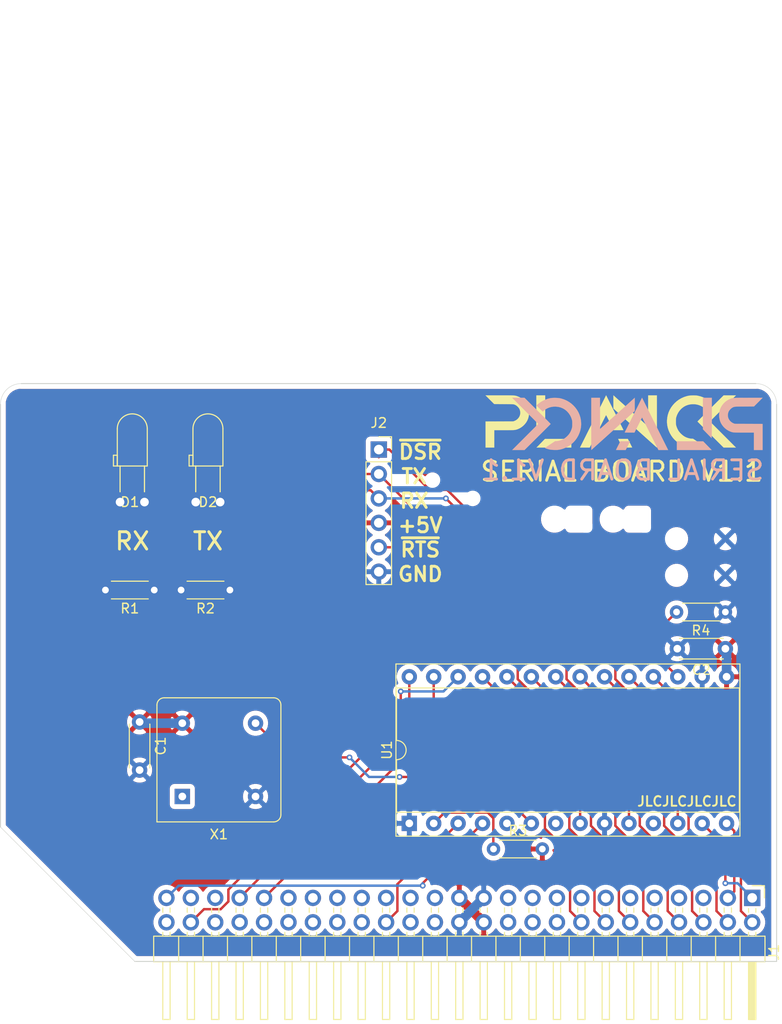
<source format=kicad_pcb>
(kicad_pcb (version 20171130) (host pcbnew "(5.1.10-1-10_14)")
  (layers (0 F.Cu signal) (31 B.Cu signal) (34 B.Paste user) (35 F.Paste user) (36 B.SilkS user) (37 F.SilkS user) (38 B.Mask user) (39 F.Mask user) (44 Edge.Cuts user))
  (net 0 "")
  (net 1 RDY)
  (net 2 A15)
  (net 3 A14)
  (net 4 A13)
  (net 5 A12)
  (net 6 A11)
  (net 7 GND)
  (net 8 +5V)
  (net 9 A10)
  (net 10 A9)
  (net 11 A8)
  (net 12 D7)
  (net 13 A7)
  (net 14 D6)
  (net 15 A6)
  (net 16 D5)
  (net 17 A5)
  (net 18 D4)
  (net 19 A4)
  (net 20 D3)
  (net 21 A3)
  (net 22 D2)
  (net 23 A2)
  (net 24 D1)
  (net 25 A1)
  (net 26 D0)
  (net 27 A0)
  (net 28 CLK)
  (net 29 BE)
  (net 30 SYNC)
  (net 31 EX3)
  (net 32 EX2)
  (net 33 EX1)
  (net 34 EX0)
  (net 35 ~NMI~)
  (net 36 ~RESET~)
  (net 37 ~SLOT_IRQ~)
  (net 38 ~IRQ~)
  (net 39 R~W~)
  (net 40 LED4)
  (net 41 LED3)
  (net 42 LED2)
  (net 43 LED1)
  (net 44 ~SLOT_SEL~)
  (net 45 ~INH~)
  (net 46 ~SSEL~)
  (net 47 "Net-(U1-Pad7)")
  (net 48 "Net-(U1-Pad6)")
  (net 49 "Net-(U1-Pad5)")
  (net 50 "Net-(X1-Pad1)")
  (net 51 "Net-(D1-Pad1)")
  (net 52 "Net-(D2-Pad1)")
  (net 53 CLK_12M)
  (net 54 ~SLOW~)
  (net 55 "Net-(R3-Pad1)")
  (net 56 /TX)
  (net 57 /RX)
  (net 58 /~RTS~)
  (net 59 /~DSR~)
  (net 60 /~DTR~)
  (module LED_THT:LED_D3.0mm_Horizontal_O3.81mm_Z2.0mm (layer F.Cu) (at 14.986 -47.752 180)
    (fp_text reference D1 (at 1.524 0) (layer F.SilkS))
    (fp_text value LED)
    (pad 2 thru_hole circle (at 2.54 0 180) (size 1.8 1.8) (drill 0.9) (layers *.Cu *.Mask) (net 56 /TX))
    (pad 1 thru_hole rect (at 0 0 180) (size 1.8 1.8) (drill 0.9) (layers *.Cu *.Mask) (net 51 "Net-(D1-Pad1)"))
  )
  (module LED_THT:LED_D3.0mm_Horizontal_O3.81mm_Z2.0mm (layer F.Cu) (at 22.86 -47.752 180)
    (fp_text reference D2 (at 1.27 0) (layer F.SilkS))
    (fp_text value LED)
    (pad 2 thru_hole circle (at 2.54 0 180) (size 1.8 1.8) (drill 0.9) (layers *.Cu *.Mask) (net 57 /RX))
    (pad 1 thru_hole rect (at 0 0 180) (size 1.8 1.8) (drill 0.9) (layers *.Cu *.Mask) (net 52 "Net-(D2-Pad1)"))
  )
  (module Logo:logo (layer B.Cu) (at 66.294 -55.88 180)
    (fp_text reference G*** hide)
    (fp_text value LOGO hide)
  )
  (module Logo:logo (layer F.Cu) (at 63.5 -56.134)
    (fp_text reference G*** hide)
    (fp_text value LOGO hide)
  )
  (module Resistor_THT:R_Axial_DIN0204_L3.6mm_D1.6mm_P5.08mm_Horizontal (layer F.Cu) (at 75.438 -36.322 180)
    (fp_text reference R4 (at 2.54 -1.92) (layer F.SilkS))
    (fp_text value 10k)
    (pad 2 thru_hole oval (at 5.08 0 180) (size 1.4 1.4) (drill 0.7) (layers *.Cu *.Mask) (net 59 /~DSR~))
    (pad 1 thru_hole circle (at 0 0 180) (size 1.4 1.4) (drill 0.7) (layers *.Cu *.Mask) (net 7 GND))
  )
  (module Resistor_THT:R_Axial_DIN0204_L3.6mm_D1.6mm_P5.08mm_Horizontal (layer F.Cu) (at 51.308 -11.684)
    (fp_text reference R3 (at 2.54 -1.92) (layer F.SilkS))
    (fp_text value 10k)
    (pad 2 thru_hole oval (at 5.08 0) (size 1.4 1.4) (drill 0.7) (layers *.Cu *.Mask) (net 8 +5V))
    (pad 1 thru_hole circle (at 0 0) (size 1.4 1.4) (drill 0.7) (layers *.Cu *.Mask) (net 55 "Net-(R3-Pad1)"))
  )
  (module Resistor_THT:R_Axial_DIN0204_L3.6mm_D1.6mm_P5.08mm_Horizontal (layer F.Cu) (at 23.876 -38.608 180)
    (fp_text reference R2 (at 2.54 -1.92) (layer F.SilkS))
    (fp_text value 330R)
    (pad 2 thru_hole oval (at 5.08 0 180) (size 1.4 1.4) (drill 0.7) (layers *.Cu *.Mask) (net 52 "Net-(D2-Pad1)"))
    (pad 1 thru_hole circle (at 0 0 180) (size 1.4 1.4) (drill 0.7) (layers *.Cu *.Mask) (net 7 GND))
  )
  (module Resistor_THT:R_Axial_DIN0204_L3.6mm_D1.6mm_P5.08mm_Horizontal (layer F.Cu) (at 16.002 -38.608 180)
    (fp_text reference R1 (at 2.54 -1.92) (layer F.SilkS))
    (fp_text value 330R)
    (pad 2 thru_hole oval (at 5.08 0 180) (size 1.4 1.4) (drill 0.7) (layers *.Cu *.Mask) (net 51 "Net-(D1-Pad1)"))
    (pad 1 thru_hole circle (at 0 0 180) (size 1.4 1.4) (drill 0.7) (layers *.Cu *.Mask) (net 7 GND))
  )
  (module Capacitor_THT:C_Disc_D4.3mm_W1.9mm_P5.00mm (layer F.Cu) (at 75.438 -32.512 180)
    (fp_text reference C2 (at 2.5 -2.2) (layer F.SilkS))
    (fp_text value C_Small)
    (pad 2 thru_hole circle (at 5 0 180) (size 1.6 1.6) (drill 0.8) (layers *.Cu *.Mask) (net 7 GND))
    (pad 1 thru_hole circle (at 0 0 180) (size 1.6 1.6) (drill 0.8) (layers *.Cu *.Mask) (net 8 +5V))
  )
  (module Capacitor_THT:C_Disc_D4.3mm_W1.9mm_P5.00mm (layer F.Cu) (at 14.478 -24.892 270)
    (fp_text reference C1 (at 2.5 -2.2 90) (layer F.SilkS))
    (fp_text value C_Small)
    (pad 2 thru_hole circle (at 5 0 270) (size 1.6 1.6) (drill 0.8) (layers *.Cu *.Mask) (net 7 GND))
    (pad 1 thru_hole circle (at 0 0 270) (size 1.6 1.6) (drill 0.8) (layers *.Cu *.Mask) (net 8 +5V))
  )
  (module Oscillator:Oscillator_DIP-8 (layer F.Cu) (at 18.923 -17.145)
    (fp_text reference X1 (at 3.81 3.937) (layer F.SilkS))
    (fp_text value CXO_DIP8)
    (pad 4 thru_hole circle (at 7.62 0) (size 1.6 1.6) (drill 0.8) (layers *.Cu *.Mask) (net 7 GND))
    (pad 5 thru_hole circle (at 7.62 -7.62) (size 1.6 1.6) (drill 0.8) (layers *.Cu *.Mask) (net 48 "Net-(U1-Pad6)"))
    (pad 8 thru_hole circle (at 0 -7.62) (size 1.6 1.6) (drill 0.8) (layers *.Cu *.Mask) (net 8 +5V))
    (pad 1 thru_hole rect (at 0 0) (size 1.6 1.6) (drill 0.8) (layers *.Cu *.Mask) (net 50 "Net-(X1-Pad1)"))
  )
  (module Package_DIP:DIP-28_W15.24mm_Socket (layer F.Cu) (at 42.545 -14.351 90)
    (fp_text reference U1 (at 7.62 -2.33 90) (layer F.SilkS))
    (fp_text value W65C51NxP)
    (pad 28 thru_hole oval (at 15.24 0 90) (size 1.6 1.6) (drill 0.8) (layers *.Cu *.Mask) (net 39 R~W~))
    (pad 14 thru_hole oval (at 0 33.02 90) (size 1.6 1.6) (drill 0.8) (layers *.Cu *.Mask) (net 25 A1))
    (pad 27 thru_hole oval (at 15.24 2.54 90) (size 1.6 1.6) (drill 0.8) (layers *.Cu *.Mask) (net 28 CLK))
    (pad 13 thru_hole oval (at 0 30.48 90) (size 1.6 1.6) (drill 0.8) (layers *.Cu *.Mask) (net 27 A0))
    (pad 26 thru_hole oval (at 15.24 5.08 90) (size 1.6 1.6) (drill 0.8) (layers *.Cu *.Mask) (net 37 ~SLOT_IRQ~))
    (pad 12 thru_hole oval (at 0 27.94 90) (size 1.6 1.6) (drill 0.8) (layers *.Cu *.Mask) (net 57 /RX))
    (pad 25 thru_hole oval (at 15.24 7.62 90) (size 1.6 1.6) (drill 0.8) (layers *.Cu *.Mask) (net 12 D7))
    (pad 11 thru_hole oval (at 0 25.4 90) (size 1.6 1.6) (drill 0.8) (layers *.Cu *.Mask) (net 60 /~DTR~))
    (pad 24 thru_hole oval (at 15.24 10.16 90) (size 1.6 1.6) (drill 0.8) (layers *.Cu *.Mask) (net 14 D6))
    (pad 10 thru_hole oval (at 0 22.86 90) (size 1.6 1.6) (drill 0.8) (layers *.Cu *.Mask) (net 56 /TX))
    (pad 23 thru_hole oval (at 15.24 12.7 90) (size 1.6 1.6) (drill 0.8) (layers *.Cu *.Mask) (net 16 D5))
    (pad 9 thru_hole oval (at 0 20.32 90) (size 1.6 1.6) (drill 0.8) (layers *.Cu *.Mask) (net 7 GND))
    (pad 22 thru_hole oval (at 15.24 15.24 90) (size 1.6 1.6) (drill 0.8) (layers *.Cu *.Mask) (net 18 D4))
    (pad 8 thru_hole oval (at 0 17.78 90) (size 1.6 1.6) (drill 0.8) (layers *.Cu *.Mask) (net 58 /~RTS~))
    (pad 21 thru_hole oval (at 15.24 17.78 90) (size 1.6 1.6) (drill 0.8) (layers *.Cu *.Mask) (net 20 D3))
    (pad 7 thru_hole oval (at 0 15.24 90) (size 1.6 1.6) (drill 0.8) (layers *.Cu *.Mask) (net 47 "Net-(U1-Pad7)"))
    (pad 20 thru_hole oval (at 15.24 20.32 90) (size 1.6 1.6) (drill 0.8) (layers *.Cu *.Mask) (net 22 D2))
    (pad 6 thru_hole oval (at 0 12.7 90) (size 1.6 1.6) (drill 0.8) (layers *.Cu *.Mask) (net 48 "Net-(U1-Pad6)"))
    (pad 19 thru_hole oval (at 15.24 22.86 90) (size 1.6 1.6) (drill 0.8) (layers *.Cu *.Mask) (net 24 D1))
    (pad 5 thru_hole oval (at 0 10.16 90) (size 1.6 1.6) (drill 0.8) (layers *.Cu *.Mask) (net 49 "Net-(U1-Pad5)"))
    (pad 18 thru_hole oval (at 15.24 25.4 90) (size 1.6 1.6) (drill 0.8) (layers *.Cu *.Mask) (net 26 D0))
    (pad 4 thru_hole oval (at 0 7.62 90) (size 1.6 1.6) (drill 0.8) (layers *.Cu *.Mask) (net 36 ~RESET~))
    (pad 17 thru_hole oval (at 15.24 27.94 90) (size 1.6 1.6) (drill 0.8) (layers *.Cu *.Mask) (net 59 /~DSR~))
    (pad 3 thru_hole oval (at 0 5.08 90) (size 1.6 1.6) (drill 0.8) (layers *.Cu *.Mask) (net 44 ~SLOT_SEL~))
    (pad 16 thru_hole oval (at 15.24 30.48 90) (size 1.6 1.6) (drill 0.8) (layers *.Cu *.Mask) (net 7 GND))
    (pad 2 thru_hole oval (at 0 2.54 90) (size 1.6 1.6) (drill 0.8) (layers *.Cu *.Mask) (net 55 "Net-(R3-Pad1)"))
    (pad 15 thru_hole oval (at 15.24 33.02 90) (size 1.6 1.6) (drill 0.8) (layers *.Cu *.Mask) (net 8 +5V))
    (pad 1 thru_hole rect (at 0 0 90) (size 1.6 1.6) (drill 0.8) (layers *.Cu *.Mask) (net 7 GND))
  )
  (module Connector_PinSocket_2.54mm:PinSocket_1x06_P2.54mm_Vertical (layer F.Cu) (at 39.37 -53.213)
    (fp_text reference J2 (at 0 -2.77) (layer F.SilkS))
    (fp_text value Conn_01x06)
    (pad 6 thru_hole oval (at 0 12.7) (size 1.7 1.7) (drill 1) (layers *.Cu *.Mask) (net 7 GND))
    (pad 5 thru_hole oval (at 0 10.16) (size 1.7 1.7) (drill 1) (layers *.Cu *.Mask) (net 58 /~RTS~))
    (pad 4 thru_hole oval (at 0 7.62) (size 1.7 1.7) (drill 1) (layers *.Cu *.Mask) (net 8 +5V))
    (pad 3 thru_hole oval (at 0 5.08) (size 1.7 1.7) (drill 1) (layers *.Cu *.Mask) (net 57 /RX))
    (pad 2 thru_hole oval (at 0 2.54) (size 1.7 1.7) (drill 1) (layers *.Cu *.Mask) (net 56 /TX))
    (pad 1 thru_hole rect (at 0 0) (size 1.7 1.7) (drill 1) (layers *.Cu *.Mask) (net 59 /~DSR~))
  )
  (module Connector_PinHeader_2.54mm:PinHeader_2x25_P2.54mm_Horizontal (layer F.Cu) (at 78.232 -6.604 270)
    (fp_text reference J1 (at 5.655 -2.27 90) (layer F.SilkS))
    (fp_text value Conn_01x40)
    (pad 50 thru_hole oval (at 2.54 60.96 270) (size 1.7 1.7) (drill 1) (layers *.Cu *.Mask) (net 35 ~NMI~))
    (pad 49 thru_hole oval (at 0 60.96 270) (size 1.7 1.7) (drill 1) (layers *.Cu *.Mask) (net 36 ~RESET~))
    (pad 48 thru_hole oval (at 2.54 58.42 270) (size 1.7 1.7) (drill 1) (layers *.Cu *.Mask) (net 37 ~SLOT_IRQ~))
    (pad 47 thru_hole oval (at 0 58.42 270) (size 1.7 1.7) (drill 1) (layers *.Cu *.Mask) (net 30 SYNC))
    (pad 46 thru_hole oval (at 2.54 55.88 270) (size 1.7 1.7) (drill 1) (layers *.Cu *.Mask) (net 31 EX3))
    (pad 45 thru_hole oval (at 0 55.88 270) (size 1.7 1.7) (drill 1) (layers *.Cu *.Mask) (net 38 ~IRQ~))
    (pad 44 thru_hole oval (at 2.54 53.34 270) (size 1.7 1.7) (drill 1) (layers *.Cu *.Mask) (net 32 EX2))
    (pad 43 thru_hole oval (at 0 53.34 270) (size 1.7 1.7) (drill 1) (layers *.Cu *.Mask) (net 39 R~W~))
    (pad 42 thru_hole oval (at 2.54 50.8 270) (size 1.7 1.7) (drill 1) (layers *.Cu *.Mask) (net 53 CLK_12M))
    (pad 41 thru_hole oval (at 0 50.8 270) (size 1.7 1.7) (drill 1) (layers *.Cu *.Mask) (net 28 CLK))
    (pad 40 thru_hole oval (at 2.54 48.26 270) (size 1.7 1.7) (drill 1) (layers *.Cu *.Mask) (net 40 LED4))
    (pad 39 thru_hole oval (at 0 48.26 270) (size 1.7 1.7) (drill 1) (layers *.Cu *.Mask) (net 29 BE))
    (pad 38 thru_hole oval (at 2.54 45.72 270) (size 1.7 1.7) (drill 1) (layers *.Cu *.Mask) (net 41 LED3))
    (pad 37 thru_hole oval (at 0 45.72 270) (size 1.7 1.7) (drill 1) (layers *.Cu *.Mask) (net 1 RDY))
    (pad 36 thru_hole oval (at 2.54 43.18 270) (size 1.7 1.7) (drill 1) (layers *.Cu *.Mask) (net 42 LED2))
    (pad 35 thru_hole oval (at 0 43.18 270) (size 1.7 1.7) (drill 1) (layers *.Cu *.Mask) (net 2 A15))
    (pad 34 thru_hole oval (at 2.54 40.64 270) (size 1.7 1.7) (drill 1) (layers *.Cu *.Mask) (net 43 LED1))
    (pad 33 thru_hole oval (at 0 40.64 270) (size 1.7 1.7) (drill 1) (layers *.Cu *.Mask) (net 3 A14))
    (pad 32 thru_hole oval (at 2.54 38.1 270) (size 1.7 1.7) (drill 1) (layers *.Cu *.Mask) (net 44 ~SLOT_SEL~))
    (pad 31 thru_hole oval (at 0 38.1 270) (size 1.7 1.7) (drill 1) (layers *.Cu *.Mask) (net 4 A13))
    (pad 30 thru_hole oval (at 2.54 35.56 270) (size 1.7 1.7) (drill 1) (layers *.Cu *.Mask) (net 45 ~INH~))
    (pad 29 thru_hole oval (at 0 35.56 270) (size 1.7 1.7) (drill 1) (layers *.Cu *.Mask) (net 5 A12))
    (pad 28 thru_hole oval (at 2.54 33.02 270) (size 1.7 1.7) (drill 1) (layers *.Cu *.Mask) (net 46 ~SSEL~))
    (pad 27 thru_hole oval (at 0 33.02 270) (size 1.7 1.7) (drill 1) (layers *.Cu *.Mask) (net 6 A11))
    (pad 26 thru_hole oval (at 2.54 30.48 270) (size 1.7 1.7) (drill 1) (layers *.Cu *.Mask) (net 7 GND))
    (pad 25 thru_hole oval (at 0 30.48 270) (size 1.7 1.7) (drill 1) (layers *.Cu *.Mask) (net 8 +5V))
    (pad 24 thru_hole oval (at 2.54 27.94 270) (size 1.7 1.7) (drill 1) (layers *.Cu *.Mask) (net 8 +5V))
    (pad 23 thru_hole oval (at 0 27.94 270) (size 1.7 1.7) (drill 1) (layers *.Cu *.Mask) (net 7 GND))
    (pad 22 thru_hole oval (at 2.54 25.4 270) (size 1.7 1.7) (drill 1) (layers *.Cu *.Mask) (net 54 ~SLOW~))
    (pad 21 thru_hole oval (at 0 25.4 270) (size 1.7 1.7) (drill 1) (layers *.Cu *.Mask) (net 9 A10))
    (pad 20 thru_hole oval (at 2.54 22.86 270) (size 1.7 1.7) (drill 1) (layers *.Cu *.Mask) (net 33 EX1))
    (pad 19 thru_hole oval (at 0 22.86 270) (size 1.7 1.7) (drill 1) (layers *.Cu *.Mask) (net 10 A9))
    (pad 18 thru_hole oval (at 2.54 20.32 270) (size 1.7 1.7) (drill 1) (layers *.Cu *.Mask) (net 34 EX0))
    (pad 17 thru_hole oval (at 0 20.32 270) (size 1.7 1.7) (drill 1) (layers *.Cu *.Mask) (net 11 A8))
    (pad 16 thru_hole oval (at 2.54 17.78 270) (size 1.7 1.7) (drill 1) (layers *.Cu *.Mask) (net 12 D7))
    (pad 15 thru_hole oval (at 0 17.78 270) (size 1.7 1.7) (drill 1) (layers *.Cu *.Mask) (net 13 A7))
    (pad 14 thru_hole oval (at 2.54 15.24 270) (size 1.7 1.7) (drill 1) (layers *.Cu *.Mask) (net 14 D6))
    (pad 13 thru_hole oval (at 0 15.24 270) (size 1.7 1.7) (drill 1) (layers *.Cu *.Mask) (net 15 A6))
    (pad 12 thru_hole oval (at 2.54 12.7 270) (size 1.7 1.7) (drill 1) (layers *.Cu *.Mask) (net 16 D5))
    (pad 11 thru_hole oval (at 0 12.7 270) (size 1.7 1.7) (drill 1) (layers *.Cu *.Mask) (net 17 A5))
    (pad 10 thru_hole oval (at 2.54 10.16 270) (size 1.7 1.7) (drill 1) (layers *.Cu *.Mask) (net 18 D4))
    (pad 9 thru_hole oval (at 0 10.16 270) (size 1.7 1.7) (drill 1) (layers *.Cu *.Mask) (net 19 A4))
    (pad 8 thru_hole oval (at 2.54 7.62 270) (size 1.7 1.7) (drill 1) (layers *.Cu *.Mask) (net 20 D3))
    (pad 7 thru_hole oval (at 0 7.62 270) (size 1.7 1.7) (drill 1) (layers *.Cu *.Mask) (net 21 A3))
    (pad 6 thru_hole oval (at 2.54 5.08 270) (size 1.7 1.7) (drill 1) (layers *.Cu *.Mask) (net 22 D2))
    (pad 5 thru_hole oval (at 0 5.08 270) (size 1.7 1.7) (drill 1) (layers *.Cu *.Mask) (net 23 A2))
    (pad 4 thru_hole oval (at 2.54 2.54 270) (size 1.7 1.7) (drill 1) (layers *.Cu *.Mask) (net 24 D1))
    (pad 3 thru_hole oval (at 0 2.54 270) (size 1.7 1.7) (drill 1) (layers *.Cu *.Mask) (net 25 A1))
    (pad 2 thru_hole oval (at 2.54 0 270) (size 1.7 1.7) (drill 1) (layers *.Cu *.Mask) (net 26 D0))
    (pad 1 thru_hole rect (at 0 0 270) (size 1.7 1.7) (drill 1) (layers *.Cu *.Mask) (net 27 A0))
  )
  (gr_text JLCJLCJLCJLC (at 71.4375 -16.637) (layer F.SilkS) (effects (font (size 1 1) (thickness 0.2))))
  (gr_text TX (at 21.59 -43.688) (layer F.SilkS) (effects (font (size 1.8 1.8) (thickness 0.3))))
  (gr_text RX (at 13.716 -43.688) (layer F.SilkS) (effects (font (size 1.8 1.8) (thickness 0.3))))
  (gr_arc (start 2.159 -57.912) (end 2.159 -60.071) (angle -90) (layer Edge.Cuts) (width 0.05))
  (gr_arc (start 78.613 -57.912) (end 80.772 -57.912) (angle -90) (layer Edge.Cuts) (width 0.05))
  (gr_text ~DSR~ (at 43.688 -52.959) (layer F.SilkS) (effects (font (size 1.5 1.5) (thickness 0.3))))
  (gr_text TX (at 43.053 -50.419) (layer F.SilkS) (effects (font (size 1.5 1.5) (thickness 0.3))))
  (gr_text RX (at 43.053 -47.879) (layer F.SilkS) (effects (font (size 1.5 1.5) (thickness 0.3))))
  (gr_text +5V (at 43.688 -45.339) (layer F.SilkS) (effects (font (size 1.5 1.5) (thickness 0.3))))
  (gr_text ~RTS~ (at 43.688 -42.799) (layer F.SilkS) (effects (font (size 1.5 1.5) (thickness 0.3))))
  (gr_text GND (at 43.688 -40.259) (layer F.SilkS) (effects (font (size 1.5 1.5) (thickness 0.3))))
  (gr_text "SERIAL BOARD V1.1" (at 64.77 -51.054) (layer B.SilkS) (effects (font (size 2 2) (thickness 0.3)) (justify mirror)))
  (gr_line (start 13.97 0) (end 0 -13.97) (layer Edge.Cuts) (width 0.05))
  (gr_text "SERIAL BOARD V1.1" (at 64.643 -50.927) (layer F.SilkS) (effects (font (size 2 2) (thickness 0.3))))
  (gr_line (start 2.159 -60.071) (end 78.613 -60.071) (layer Edge.Cuts) (width 0.1))
  (gr_line (start 0 -13.97) (end 0 -57.912) (layer Edge.Cuts) (width 0.1))
  (gr_line (start 80.772 0) (end 13.97 0) (layer Edge.Cuts) (width 0.1))
  (gr_line (start 80.772 -57.912) (end 80.772 0) (layer Edge.Cuts) (width 0.1))
  (segment (start 50.292 -6.604) (end 47.752 -4.064) (width 1) (layer B.Cu) (net 7))
  (segment (start 50.292 -4.064) (end 47.752 -6.604) (width 1) (layer F.Cu) (net 8))
  (segment (start 75.565 -32.385) (end 75.565 -29.591) (width 1) (layer B.Cu) (net 8))
  (segment (start 75.438 -32.512) (end 75.565 -32.385) (width 1) (layer B.Cu) (net 8))
  (segment (start 14.605 -24.765) (end 18.923 -24.765) (width 1) (layer B.Cu) (net 8))
  (segment (start 14.478 -24.892) (end 14.605 -24.765) (width 1) (layer B.Cu) (net 8))
  (segment (start 56.659999 -13.810999) (end 56.659999 -23.096001) (width 0.25) (layer F.Cu) (net 12))
  (segment (start 56.659999 -23.096001) (end 50.165 -29.591) (width 0.25) (layer F.Cu) (net 12))
  (segment (start 59.276999 -11.193999) (end 56.659999 -13.810999) (width 0.25) (layer F.Cu) (net 12))
  (segment (start 59.276999 -5.239001) (end 59.276999 -11.193999) (width 0.25) (layer F.Cu) (net 12))
  (segment (start 60.452 -4.064) (end 59.276999 -5.239001) (width 0.25) (layer F.Cu) (net 12))
  (segment (start 61.816999 -11.193999) (end 59.199999 -13.810999) (width 0.25) (layer F.Cu) (net 14))
  (segment (start 61.816999 -5.239001) (end 61.816999 -11.193999) (width 0.25) (layer F.Cu) (net 14))
  (segment (start 59.199999 -23.096001) (end 52.705 -29.591) (width 0.25) (layer F.Cu) (net 14))
  (segment (start 59.199999 -13.810999) (end 59.199999 -23.096001) (width 0.25) (layer F.Cu) (net 14))
  (segment (start 62.992 -4.064) (end 61.816999 -5.239001) (width 0.25) (layer F.Cu) (net 14))
  (segment (start 65.532 -4.064) (end 64.356999 -5.239001) (width 0.25) (layer F.Cu) (net 16))
  (segment (start 64.356999 -11.193999) (end 61.450001 -14.100997) (width 0.25) (layer F.Cu) (net 16))
  (segment (start 64.356999 -5.239001) (end 64.356999 -11.193999) (width 0.25) (layer F.Cu) (net 16))
  (segment (start 61.450001 -14.100997) (end 61.450001 -23.385999) (width 0.25) (layer F.Cu) (net 16))
  (segment (start 61.450001 -23.385999) (end 55.245 -29.591) (width 0.25) (layer F.Cu) (net 16))
  (segment (start 63.990001 -23.385999) (end 57.785 -29.591) (width 0.25) (layer F.Cu) (net 18))
  (segment (start 63.990001 -14.100997) (end 63.990001 -23.385999) (width 0.25) (layer F.Cu) (net 18))
  (segment (start 66.896999 -11.193999) (end 63.990001 -14.100997) (width 0.25) (layer F.Cu) (net 18))
  (segment (start 66.896999 -5.239001) (end 66.896999 -11.193999) (width 0.25) (layer F.Cu) (net 18))
  (segment (start 68.072 -4.064) (end 66.896999 -5.239001) (width 0.25) (layer F.Cu) (net 18))
  (segment (start 66.530001 -23.385999) (end 60.325 -29.591) (width 0.25) (layer F.Cu) (net 20))
  (segment (start 66.530001 -14.100997) (end 66.530001 -23.385999) (width 0.25) (layer F.Cu) (net 20))
  (segment (start 69.436999 -11.193999) (end 66.530001 -14.100997) (width 0.25) (layer F.Cu) (net 20))
  (segment (start 69.436999 -5.239001) (end 69.436999 -11.193999) (width 0.25) (layer F.Cu) (net 20))
  (segment (start 70.612 -4.064) (end 69.436999 -5.239001) (width 0.25) (layer F.Cu) (net 20))
  (segment (start 69.070001 -14.100997) (end 69.070001 -23.385999) (width 0.25) (layer F.Cu) (net 22))
  (segment (start 71.976999 -11.193999) (end 69.070001 -14.100997) (width 0.25) (layer F.Cu) (net 22))
  (segment (start 71.976999 -5.239001) (end 71.976999 -11.193999) (width 0.25) (layer F.Cu) (net 22))
  (segment (start 69.070001 -23.385999) (end 62.865 -29.591) (width 0.25) (layer F.Cu) (net 22))
  (segment (start 73.152 -4.064) (end 71.976999 -5.239001) (width 0.25) (layer F.Cu) (net 22))
  (segment (start 74.516999 -5.239001) (end 74.516999 -10.825591) (width 0.25) (layer F.Cu) (net 24))
  (segment (start 75.692 -4.064) (end 74.516999 -5.239001) (width 0.25) (layer F.Cu) (net 24))
  (segment (start 71.610001 -23.385999) (end 65.405 -29.591) (width 0.25) (layer F.Cu) (net 24))
  (segment (start 74.516999 -10.825591) (end 71.610001 -13.732589) (width 0.25) (layer F.Cu) (net 24))
  (segment (start 71.610001 -13.732589) (end 71.610001 -23.385999) (width 0.25) (layer F.Cu) (net 24))
  (segment (start 76.364999 -7.276999) (end 75.692 -6.604) (width 0.25) (layer F.Cu) (net 25))
  (segment (start 76.364999 -13.551001) (end 76.364999 -7.276999) (width 0.25) (layer F.Cu) (net 25))
  (segment (start 75.565 -14.351) (end 76.364999 -13.551001) (width 0.25) (layer F.Cu) (net 25))
  (segment (start 77.056999 -20.479001) (end 67.945 -29.591) (width 0.25) (layer F.Cu) (net 26))
  (segment (start 77.056999 -5.239001) (end 77.056999 -20.479001) (width 0.25) (layer F.Cu) (net 26))
  (segment (start 78.232 -4.064) (end 77.056999 -5.239001) (width 0.25) (layer F.Cu) (net 26))
  (segment (start 75.438 -10.541) (end 75.438 -10.541) (width 0.25) (layer F.Cu) (net 27))
  (via (at 75.438 -8.128) (size 0.6) (drill 0.3) (layers F.Cu B.Cu) (net 27))
  (segment (start 76.708 -8.128) (end 75.438 -8.128) (width 0.25) (layer B.Cu) (net 27))
  (segment (start 78.232 -6.604) (end 76.708 -8.128) (width 0.25) (layer B.Cu) (net 27))
  (segment (start 75.438 -11.938) (end 75.438 -8.128) (width 0.25) (layer F.Cu) (net 27))
  (segment (start 73.025 -14.351) (end 75.438 -11.938) (width 0.25) (layer F.Cu) (net 27))
  (segment (start 45.085 -24.257) (end 27.432 -6.604) (width 0.25) (layer F.Cu) (net 28))
  (segment (start 45.085 -29.591) (end 45.085 -24.257) (width 0.25) (layer F.Cu) (net 28))
  (segment (start 43.942 -8.128) (end 43.942 -8.128) (width 0.25) (layer B.Cu) (net 36))
  (segment (start 50.165 -14.351) (end 43.942 -8.128) (width 0.25) (layer F.Cu) (net 36))
  (via (at 43.942 -7.874) (size 0.6) (drill 0.3) (layers F.Cu B.Cu) (net 36))
  (segment (start 17.272 -6.604) (end 18.542 -7.874) (width 0.25) (layer B.Cu) (net 36))
  (segment (start 43.942 -8.128) (end 43.942 -7.874) (width 0.25) (layer F.Cu) (net 36))
  (segment (start 18.542 -7.874) (end 43.942 -7.874) (width 0.25) (layer B.Cu) (net 36))
  (segment (start 23.716999 -6.229997) (end 23.716999 -7.460999) (width 0.25) (layer F.Cu) (net 37))
  (segment (start 21.176999 -5.428999) (end 22.916001 -5.428999) (width 0.25) (layer F.Cu) (net 37))
  (segment (start 22.916001 -5.428999) (end 23.716999 -6.229997) (width 0.25) (layer F.Cu) (net 37))
  (segment (start 19.812 -4.064) (end 21.176999 -5.428999) (width 0.25) (layer F.Cu) (net 37))
  (segment (start 23.716999 -7.460999) (end 41.656 -25.4) (width 0.25) (layer F.Cu) (net 37))
  (segment (start 41.656 -25.4) (end 41.656 -28.067) (width 0.25) (layer F.Cu) (net 37))
  (segment (start 41.656 -28.067) (end 41.656 -28.067) (width 0.25) (layer F.Cu) (net 37))
  (via (at 41.656 -28.067) (size 0.6) (drill 0.3) (layers F.Cu B.Cu) (net 37))
  (segment (start 46.101 -28.067) (end 47.625 -29.591) (width 0.25) (layer B.Cu) (net 37))
  (segment (start 41.656 -28.067) (end 46.101 -28.067) (width 0.25) (layer B.Cu) (net 37))
  (segment (start 42.545 -24.257) (end 24.892 -6.604) (width 0.25) (layer F.Cu) (net 39))
  (segment (start 42.545 -29.591) (end 42.545 -24.257) (width 0.25) (layer F.Cu) (net 39))
  (segment (start 41.307001 -8.033001) (end 47.625 -14.351) (width 0.25) (layer F.Cu) (net 44))
  (segment (start 41.307001 -5.239001) (end 41.307001 -8.033001) (width 0.25) (layer F.Cu) (net 44))
  (segment (start 40.132 -4.064) (end 41.307001 -5.239001) (width 0.25) (layer F.Cu) (net 44))
  (segment (start 55.245 -14.351) (end 50.419 -19.177) (width 0.25) (layer F.Cu) (net 48))
  (segment (start 50.419 -19.177) (end 41.529 -19.177) (width 0.25) (layer F.Cu) (net 48))
  (segment (start 41.529 -19.177) (end 41.402 -19.177) (width 0.25) (layer F.Cu) (net 48))
  (via (at 41.529 -19.177) (size 0.6) (drill 0.3) (layers F.Cu B.Cu) (net 48))
  (segment (start 41.529 -19.177) (end 38.354 -19.177) (width 0.25) (layer B.Cu) (net 48))
  (segment (start 38.354 -19.177) (end 36.322 -21.209) (width 0.25) (layer B.Cu) (net 48))
  (segment (start 36.322 -21.209) (end 36.322 -21.209) (width 0.25) (layer B.Cu) (net 48))
  (via (at 36.322 -21.209) (size 0.6) (drill 0.3) (layers F.Cu B.Cu) (net 48))
  (segment (start 30.099 -21.209) (end 26.543 -24.765) (width 0.25) (layer F.Cu) (net 48))
  (segment (start 36.322 -21.209) (end 30.099 -21.209) (width 0.25) (layer F.Cu) (net 48))
  (segment (start 14.986 -42.672) (end 10.922 -38.608) (width 0.25) (layer F.Cu) (net 51))
  (segment (start 14.986 -47.752) (end 14.986 -42.672) (width 0.25) (layer F.Cu) (net 51))
  (segment (start 22.86 -42.672) (end 18.796 -38.608) (width 0.25) (layer F.Cu) (net 52))
  (segment (start 22.86 -47.752) (end 22.86 -42.672) (width 0.25) (layer F.Cu) (net 52))
  (segment (start 46.210001 -15.476001) (end 45.085 -14.351) (width 0.25) (layer F.Cu) (net 55))
  (segment (start 51.290001 -14.891001) (end 50.705001 -15.476001) (width 0.25) (layer F.Cu) (net 55))
  (segment (start 50.705001 -15.476001) (end 46.210001 -15.476001) (width 0.25) (layer F.Cu) (net 55))
  (segment (start 51.290001 -12.073999) (end 51.290001 -14.891001) (width 0.25) (layer F.Cu) (net 55))
  (segment (start 51.68 -11.684) (end 51.290001 -12.073999) (width 0.25) (layer F.Cu) (net 55))
  (segment (start 58.910001 -31.132999) (end 39.37 -50.673) (width 0.25) (layer F.Cu) (net 56))
  (segment (start 58.910001 -29.340997) (end 58.910001 -31.132999) (width 0.25) (layer F.Cu) (net 56))
  (segment (start 65.405 -22.845998) (end 58.910001 -29.340997) (width 0.25) (layer F.Cu) (net 56))
  (segment (start 65.405 -14.351) (end 65.405 -22.845998) (width 0.25) (layer F.Cu) (net 56))
  (segment (start 40.005 -50.038) (end 39.37 -50.673) (width 0.25) (layer B.Cu) (net 56))
  (segment (start 15.367 -50.673) (end 12.446 -47.752) (width 0.25) (layer F.Cu) (net 56))
  (segment (start 39.37 -50.673) (end 15.367 -50.673) (width 0.25) (layer F.Cu) (net 56))
  (segment (start 63.990001 -29.340997) (end 63.990001 -30.497999) (width 0.25) (layer F.Cu) (net 57))
  (segment (start 70.485 -22.845998) (end 63.990001 -29.340997) (width 0.25) (layer F.Cu) (net 57))
  (segment (start 70.485 -14.351) (end 70.485 -22.845998) (width 0.25) (layer F.Cu) (net 57))
  (segment (start 63.990001 -30.497999) (end 46.355 -48.133) (width 0.25) (layer F.Cu) (net 57))
  (segment (start 46.355 -48.133) (end 46.355 -48.133) (width 0.25) (layer F.Cu) (net 57))
  (via (at 46.355 -48.133) (size 0.6) (drill 0.3) (layers F.Cu B.Cu) (net 57))
  (segment (start 46.355 -48.133) (end 39.37 -48.133) (width 0.25) (layer B.Cu) (net 57))
  (segment (start 21.550999 -48.982999) (end 20.32 -47.752) (width 0.25) (layer F.Cu) (net 57))
  (segment (start 38.520001 -48.982999) (end 21.550999 -48.982999) (width 0.25) (layer F.Cu) (net 57))
  (segment (start 39.37 -48.133) (end 38.520001 -48.982999) (width 0.25) (layer F.Cu) (net 57))
  (segment (start 43.448002 -43.053) (end 39.37 -43.053) (width 0.25) (layer F.Cu) (net 58))
  (segment (start 53.830001 -32.671001) (end 53.378751 -33.122251) (width 0.25) (layer F.Cu) (net 58))
  (segment (start 53.378751 -33.122251) (end 43.448002 -43.053) (width 0.25) (layer F.Cu) (net 58))
  (segment (start 60.325 -14.351) (end 60.325 -22.845998) (width 0.25) (layer F.Cu) (net 58))
  (segment (start 53.830001 -29.340997) (end 53.830001 -32.671001) (width 0.25) (layer F.Cu) (net 58))
  (segment (start 60.325 -22.845998) (end 53.830001 -29.340997) (width 0.25) (layer F.Cu) (net 58))
  (segment (start 39.37 -53.213) (end 39.37 -52.412002) (width 0.25) (layer F.Cu) (net 59))
  (segment (start 70.358 -36.322) (end 67.056 -33.02) (width 0.25) (layer F.Cu) (net 59))
  (segment (start 70.485 -29.591) (end 67.056 -33.02) (width 0.25) (layer F.Cu) (net 59))
  (segment (start 40.47 -53.213) (end 39.37 -53.213) (width 0.25) (layer F.Cu) (net 59))
  (segment (start 44.661 -49.022) (end 40.47 -53.213) (width 0.25) (layer F.Cu) (net 59))
  (segment (start 46.482 -49.022) (end 44.661 -49.022) (width 0.25) (layer F.Cu) (net 59))
  (segment (start 62.484 -33.02) (end 46.482 -49.022) (width 0.25) (layer F.Cu) (net 59))
  (segment (start 67.056 -33.02) (end 62.484 -33.02) (width 0.25) (layer F.Cu) (net 59))
  (zone (net 8) (net_name +5V) (layer F.Cu) (connect_pads (clearance 0.508)) (min_thickness 0.254) (fill yes (arc_segments 32) (thermal_gap 0.508) (thermal_bridge_width 0.508))
    (polygon (pts (xy 80.772 -99.949) (xy 80.772 0) (xy 0 0) (xy 0 -99.949)))
  )
  (zone (net 7) (net_name GND) (layer B.Cu) (connect_pads (clearance 0.508)) (min_thickness 0.254) (fill yes (arc_segments 32) (thermal_gap 0.508) (thermal_bridge_width 0.508))
    (polygon (pts (xy 80.772 -99.949) (xy 80.772 0) (xy 0 0) (xy 0 -99.949)))
  )
)
</source>
